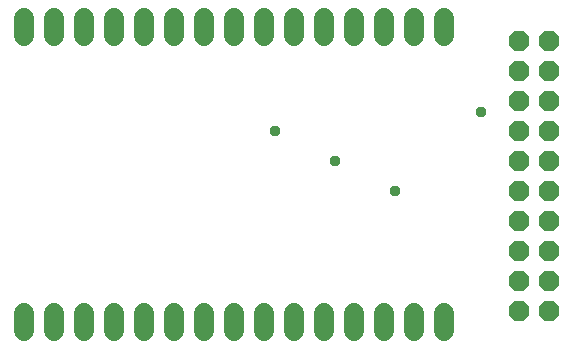
<source format=gbr>
G04 EAGLE Gerber RS-274X export*
G75*
%MOMM*%
%FSLAX34Y34*%
%LPD*%
%INSoldermask Top*%
%IPPOS*%
%AMOC8*
5,1,8,0,0,1.08239X$1,22.5*%
G01*
%ADD10P,1.869504X8X292.500000*%
%ADD11C,1.727200*%
%ADD12C,0.959600*%


D10*
X470400Y276000D03*
X495800Y276000D03*
X470400Y250600D03*
X495800Y250600D03*
X470400Y225200D03*
X495800Y225200D03*
X470400Y199800D03*
X495800Y199800D03*
X470400Y174400D03*
X495800Y174400D03*
X470400Y149000D03*
X495800Y149000D03*
X470400Y123600D03*
X495800Y123600D03*
X470400Y98200D03*
X495800Y98200D03*
X470400Y72800D03*
X495800Y72800D03*
X470400Y47400D03*
X495800Y47400D03*
D11*
X50800Y280480D02*
X50800Y295720D01*
X76200Y295720D02*
X76200Y280480D01*
X101600Y280480D02*
X101600Y295720D01*
X127000Y295720D02*
X127000Y280480D01*
X152400Y280480D02*
X152400Y295720D01*
X177800Y295720D02*
X177800Y280480D01*
X203200Y280480D02*
X203200Y295720D01*
X228600Y295720D02*
X228600Y280480D01*
X254000Y280480D02*
X254000Y295720D01*
X279400Y295720D02*
X279400Y280480D01*
X304800Y280480D02*
X304800Y295720D01*
X330200Y295720D02*
X330200Y280480D01*
X355600Y280480D02*
X355600Y295720D01*
X381000Y295720D02*
X381000Y280480D01*
X406400Y280480D02*
X406400Y295720D01*
X50800Y45720D02*
X50800Y30480D01*
X76200Y30480D02*
X76200Y45720D01*
X101600Y45720D02*
X101600Y30480D01*
X127000Y30480D02*
X127000Y45720D01*
X152400Y45720D02*
X152400Y30480D01*
X177800Y30480D02*
X177800Y45720D01*
X203200Y45720D02*
X203200Y30480D01*
X228600Y30480D02*
X228600Y45720D01*
X254000Y45720D02*
X254000Y30480D01*
X279400Y30480D02*
X279400Y45720D01*
X304800Y45720D02*
X304800Y30480D01*
X330200Y30480D02*
X330200Y45720D01*
X355600Y45720D02*
X355600Y30480D01*
X381000Y30480D02*
X381000Y45720D01*
X406400Y45720D02*
X406400Y30480D01*
D12*
X438150Y215900D03*
X263525Y200025D03*
X314325Y174625D03*
X365125Y149225D03*
M02*

</source>
